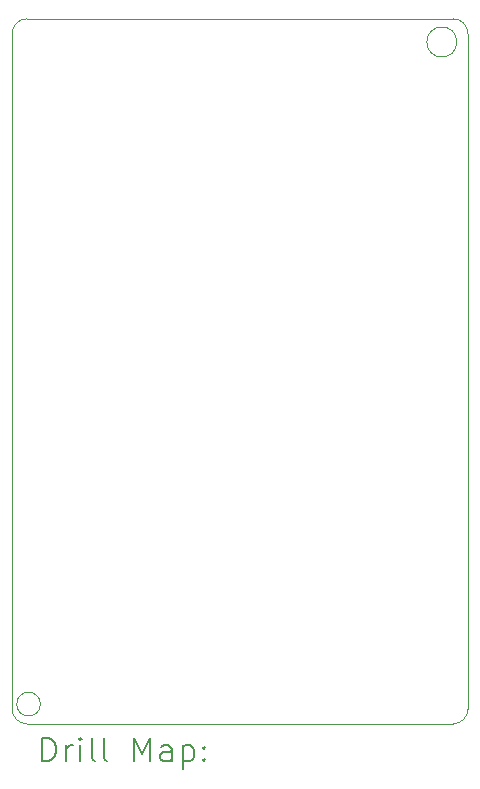
<source format=gbr>
%TF.GenerationSoftware,KiCad,Pcbnew,7.0.9-7.0.9~ubuntu22.04.1*%
%TF.CreationDate,2023-12-29T16:16:33+05:30*%
%TF.ProjectId,ulpLoRa_charge controller HAT,756c704c-6f52-4615-9f63-686172676520,rev?*%
%TF.SameCoordinates,Original*%
%TF.FileFunction,Drillmap*%
%TF.FilePolarity,Positive*%
%FSLAX45Y45*%
G04 Gerber Fmt 4.5, Leading zero omitted, Abs format (unit mm)*
G04 Created by KiCad (PCBNEW 7.0.9-7.0.9~ubuntu22.04.1) date 2023-12-29 16:16:33*
%MOMM*%
%LPD*%
G01*
G04 APERTURE LIST*
%ADD10C,0.100000*%
%ADD11C,0.200000*%
G04 APERTURE END LIST*
D10*
X12877800Y-5801800D02*
X16484600Y-5801800D01*
X16484600Y-11770800D02*
G75*
G03*
X16611600Y-11643800I0J127000D01*
G01*
X12750800Y-11643800D02*
G75*
G03*
X12877800Y-11770800I127000J0D01*
G01*
X16611600Y-5928800D02*
G75*
G03*
X16484600Y-5801800I-127000J0D01*
G01*
X16611600Y-5928800D02*
X16611600Y-11643800D01*
X12877800Y-5801800D02*
G75*
G03*
X12750800Y-5928800I0J-127000D01*
G01*
X16484600Y-11770800D02*
X12877800Y-11770800D01*
X16516775Y-5998225D02*
G75*
G03*
X16516775Y-5998225I-127000J0D01*
G01*
X12750800Y-11643800D02*
X12750800Y-5928800D01*
X12990500Y-11604100D02*
G75*
G03*
X12990500Y-11604100I-100000J0D01*
G01*
D11*
X13006577Y-12087284D02*
X13006577Y-11887284D01*
X13006577Y-11887284D02*
X13054196Y-11887284D01*
X13054196Y-11887284D02*
X13082767Y-11896808D01*
X13082767Y-11896808D02*
X13101815Y-11915855D01*
X13101815Y-11915855D02*
X13111339Y-11934903D01*
X13111339Y-11934903D02*
X13120862Y-11972998D01*
X13120862Y-11972998D02*
X13120862Y-12001569D01*
X13120862Y-12001569D02*
X13111339Y-12039665D01*
X13111339Y-12039665D02*
X13101815Y-12058712D01*
X13101815Y-12058712D02*
X13082767Y-12077760D01*
X13082767Y-12077760D02*
X13054196Y-12087284D01*
X13054196Y-12087284D02*
X13006577Y-12087284D01*
X13206577Y-12087284D02*
X13206577Y-11953950D01*
X13206577Y-11992046D02*
X13216101Y-11972998D01*
X13216101Y-11972998D02*
X13225624Y-11963474D01*
X13225624Y-11963474D02*
X13244672Y-11953950D01*
X13244672Y-11953950D02*
X13263720Y-11953950D01*
X13330386Y-12087284D02*
X13330386Y-11953950D01*
X13330386Y-11887284D02*
X13320862Y-11896808D01*
X13320862Y-11896808D02*
X13330386Y-11906331D01*
X13330386Y-11906331D02*
X13339910Y-11896808D01*
X13339910Y-11896808D02*
X13330386Y-11887284D01*
X13330386Y-11887284D02*
X13330386Y-11906331D01*
X13454196Y-12087284D02*
X13435148Y-12077760D01*
X13435148Y-12077760D02*
X13425624Y-12058712D01*
X13425624Y-12058712D02*
X13425624Y-11887284D01*
X13558958Y-12087284D02*
X13539910Y-12077760D01*
X13539910Y-12077760D02*
X13530386Y-12058712D01*
X13530386Y-12058712D02*
X13530386Y-11887284D01*
X13787529Y-12087284D02*
X13787529Y-11887284D01*
X13787529Y-11887284D02*
X13854196Y-12030141D01*
X13854196Y-12030141D02*
X13920862Y-11887284D01*
X13920862Y-11887284D02*
X13920862Y-12087284D01*
X14101815Y-12087284D02*
X14101815Y-11982522D01*
X14101815Y-11982522D02*
X14092291Y-11963474D01*
X14092291Y-11963474D02*
X14073243Y-11953950D01*
X14073243Y-11953950D02*
X14035148Y-11953950D01*
X14035148Y-11953950D02*
X14016101Y-11963474D01*
X14101815Y-12077760D02*
X14082767Y-12087284D01*
X14082767Y-12087284D02*
X14035148Y-12087284D01*
X14035148Y-12087284D02*
X14016101Y-12077760D01*
X14016101Y-12077760D02*
X14006577Y-12058712D01*
X14006577Y-12058712D02*
X14006577Y-12039665D01*
X14006577Y-12039665D02*
X14016101Y-12020617D01*
X14016101Y-12020617D02*
X14035148Y-12011093D01*
X14035148Y-12011093D02*
X14082767Y-12011093D01*
X14082767Y-12011093D02*
X14101815Y-12001569D01*
X14197053Y-11953950D02*
X14197053Y-12153950D01*
X14197053Y-11963474D02*
X14216101Y-11953950D01*
X14216101Y-11953950D02*
X14254196Y-11953950D01*
X14254196Y-11953950D02*
X14273243Y-11963474D01*
X14273243Y-11963474D02*
X14282767Y-11972998D01*
X14282767Y-11972998D02*
X14292291Y-11992046D01*
X14292291Y-11992046D02*
X14292291Y-12049188D01*
X14292291Y-12049188D02*
X14282767Y-12068236D01*
X14282767Y-12068236D02*
X14273243Y-12077760D01*
X14273243Y-12077760D02*
X14254196Y-12087284D01*
X14254196Y-12087284D02*
X14216101Y-12087284D01*
X14216101Y-12087284D02*
X14197053Y-12077760D01*
X14378005Y-12068236D02*
X14387529Y-12077760D01*
X14387529Y-12077760D02*
X14378005Y-12087284D01*
X14378005Y-12087284D02*
X14368482Y-12077760D01*
X14368482Y-12077760D02*
X14378005Y-12068236D01*
X14378005Y-12068236D02*
X14378005Y-12087284D01*
X14378005Y-11963474D02*
X14387529Y-11972998D01*
X14387529Y-11972998D02*
X14378005Y-11982522D01*
X14378005Y-11982522D02*
X14368482Y-11972998D01*
X14368482Y-11972998D02*
X14378005Y-11963474D01*
X14378005Y-11963474D02*
X14378005Y-11982522D01*
M02*

</source>
